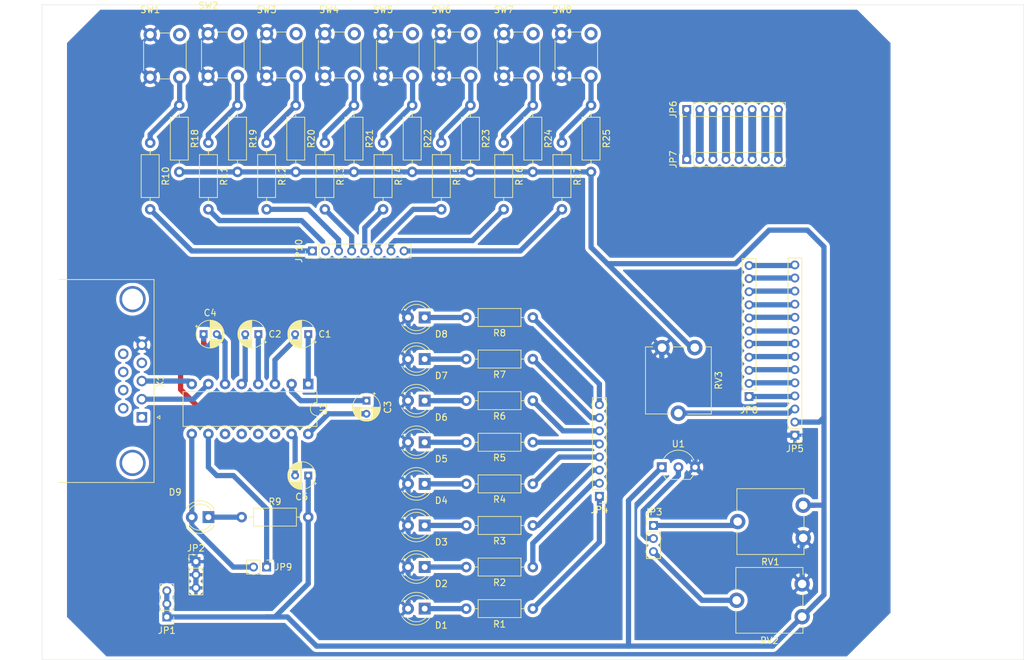
<source format=kicad_pcb>
(kicad_pcb (version 20171130) (host pcbnew "(5.1.6)-1")
  (layers (0 F.Cu signal) (31 B.Cu signal) (34 B.Paste user) (35 F.Paste user) (36 B.SilkS user) (37 F.SilkS user) (38 B.Mask user) (39 F.Mask user) (44 Edge.Cuts user))
  (net 0 "")
  (net 1 "Net-(C1-Pad2)")
  (net 2 "Net-(C1-Pad1)")
  (net 3 "Net-(C2-Pad2)")
  (net 4 "Net-(C2-Pad1)")
  (net 5 +5V)
  (net 6 "Net-(C3-Pad1)")
  (net 7 "Net-(C4-Pad2)")
  (net 8 "Net-(C4-Pad1)")
  (net 9 GND)
  (net 10 "Net-(D1-Pad1)")
  (net 11 "Net-(D2-Pad1)")
  (net 12 "Net-(D3-Pad1)")
  (net 13 "Net-(D4-Pad1)")
  (net 14 "Net-(D5-Pad1)")
  (net 15 "Net-(D6-Pad1)")
  (net 16 "Net-(D7-Pad1)")
  (net 17 "Net-(D8-Pad1)")
  (net 18 "Net-(D9-Pad2)")
  (net 19 "Net-(D9-Pad1)")
  (net 20 "Net-(JP3-Pad3)")
  (net 21 "Net-(JP3-Pad2)")
  (net 22 "Net-(JP3-Pad1)")
  (net 23 "Net-(JP4-Pad8)")
  (net 24 "Net-(JP4-Pad7)")
  (net 25 "Net-(JP4-Pad6)")
  (net 26 "Net-(JP4-Pad5)")
  (net 27 "Net-(JP4-Pad4)")
  (net 28 "Net-(JP4-Pad3)")
  (net 29 "Net-(JP4-Pad2)")
  (net 30 "Net-(JP4-Pad1)")
  (net 31 "Net-(JP5-Pad14)")
  (net 32 "Net-(JP5-Pad13)")
  (net 33 "Net-(JP5-Pad12)")
  (net 34 "Net-(JP5-Pad11)")
  (net 35 "Net-(JP5-Pad10)")
  (net 36 "Net-(JP5-Pad9)")
  (net 37 "Net-(JP5-Pad8)")
  (net 38 "Net-(JP5-Pad7)")
  (net 39 "Net-(JP5-Pad6)")
  (net 40 "Net-(JP5-Pad5)")
  (net 41 "Net-(JP5-Pad4)")
  (net 42 "Net-(JP5-Pad3)")
  (net 43 "Net-(JP6-Pad8)")
  (net 44 "Net-(JP6-Pad7)")
  (net 45 "Net-(JP6-Pad6)")
  (net 46 "Net-(JP6-Pad5)")
  (net 47 "Net-(JP6-Pad4)")
  (net 48 "Net-(JP6-Pad3)")
  (net 49 "Net-(JP6-Pad2)")
  (net 50 "Net-(JP6-Pad1)")
  (net 51 "Net-(JP9-Pad1)")
  (net 52 "Net-(JP10-Pad8)")
  (net 53 "Net-(JP10-Pad7)")
  (net 54 "Net-(JP10-Pad6)")
  (net 55 "Net-(JP10-Pad5)")
  (net 56 "Net-(JP10-Pad4)")
  (net 57 "Net-(JP10-Pad3)")
  (net 58 "Net-(JP10-Pad2)")
  (net 59 "Net-(JP10-Pad1)")
  (net 60 "Net-(R10-Pad1)")
  (net 61 "Net-(R11-Pad1)")
  (net 62 "Net-(R12-Pad1)")
  (net 63 "Net-(R13-Pad1)")
  (net 64 "Net-(R14-Pad1)")
  (net 65 "Net-(R15-Pad1)")
  (net 66 "Net-(R16-Pad1)")
  (net 67 "Net-(R17-Pad1)")
  (net 68 "Net-(U2-Pad8)")
  (net 69 "Net-(U2-Pad7)")
  (net 70 "Net-(U2-Pad14)")
  (net 71 "Net-(U2-Pad13)")
  (net 72 "Net-(U2-Pad12)")
  (net 73 "Net-(U2-Pad11)")
  (net 74 "Net-(X1-Pad9)")
  (net 75 "Net-(X1-Pad8)")
  (net 76 "Net-(X1-Pad7)")
  (net 77 "Net-(X1-Pad6)")
  (net 78 "Net-(X1-Pad4)")
  (net 79 "Net-(X1-Pad1)")
  (module Button_Switch_THT:SW_PUSH_6mm (layer F.Cu) (at 105.99 63.5 90)
    (fp_text reference SW8 (at 10.16 0.055 180) (layer F.SilkS))
    (fp_text value SW_PUSH)
    (pad 1 thru_hole circle (at 6.5 0 180) (size 2 2) (drill 1.1) (layers *.Cu *.Mask) (net 9 GND))
    (pad 2 thru_hole circle (at 6.5 4.5 180) (size 2 2) (drill 1.1) (layers *.Cu *.Mask) (net 67 "Net-(R17-Pad1)"))
    (pad 1 thru_hole circle (at 0 0 180) (size 2 2) (drill 1.1) (layers *.Cu *.Mask) (net 9 GND))
    (pad 2 thru_hole circle (at 0 4.5 180) (size 2 2) (drill 1.1) (layers *.Cu *.Mask) (net 67 "Net-(R17-Pad1)"))
  )
  (module Button_Switch_THT:SW_PUSH_6mm (layer F.Cu) (at 97.155 63.5 90)
    (fp_text reference SW7 (at 10.16 0 180) (layer F.SilkS))
    (fp_text value SW_PUSH)
    (pad 1 thru_hole circle (at 6.5 0 180) (size 2 2) (drill 1.1) (layers *.Cu *.Mask) (net 9 GND))
    (pad 2 thru_hole circle (at 6.5 4.5 180) (size 2 2) (drill 1.1) (layers *.Cu *.Mask) (net 66 "Net-(R16-Pad1)"))
    (pad 1 thru_hole circle (at 0 0 180) (size 2 2) (drill 1.1) (layers *.Cu *.Mask) (net 9 GND))
    (pad 2 thru_hole circle (at 0 4.5 180) (size 2 2) (drill 1.1) (layers *.Cu *.Mask) (net 66 "Net-(R16-Pad1)"))
  )
  (module Button_Switch_THT:SW_PUSH_6mm (layer F.Cu) (at 87.63 63.5 90)
    (fp_text reference SW6 (at 10.16 0 180) (layer F.SilkS))
    (fp_text value SW_PUSH)
    (pad 1 thru_hole circle (at 6.5 0 180) (size 2 2) (drill 1.1) (layers *.Cu *.Mask) (net 9 GND))
    (pad 2 thru_hole circle (at 6.5 4.5 180) (size 2 2) (drill 1.1) (layers *.Cu *.Mask) (net 65 "Net-(R15-Pad1)"))
    (pad 1 thru_hole circle (at 0 0 180) (size 2 2) (drill 1.1) (layers *.Cu *.Mask) (net 9 GND))
    (pad 2 thru_hole circle (at 0 4.5 180) (size 2 2) (drill 1.1) (layers *.Cu *.Mask) (net 65 "Net-(R15-Pad1)"))
  )
  (module Button_Switch_THT:SW_PUSH_6mm (layer F.Cu) (at 78.74 63.5 90)
    (fp_text reference SW5 (at 10.16 0 180) (layer F.SilkS))
    (fp_text value SW_PUSH)
    (pad 1 thru_hole circle (at 6.5 0 180) (size 2 2) (drill 1.1) (layers *.Cu *.Mask) (net 9 GND))
    (pad 2 thru_hole circle (at 6.5 4.5 180) (size 2 2) (drill 1.1) (layers *.Cu *.Mask) (net 64 "Net-(R14-Pad1)"))
    (pad 1 thru_hole circle (at 0 0 180) (size 2 2) (drill 1.1) (layers *.Cu *.Mask) (net 9 GND))
    (pad 2 thru_hole circle (at 0 4.5 180) (size 2 2) (drill 1.1) (layers *.Cu *.Mask) (net 64 "Net-(R14-Pad1)"))
  )
  (module Button_Switch_THT:SW_PUSH_6mm (layer F.Cu) (at 69.85 63.5 90)
    (fp_text reference SW4 (at 10.16 0.635 180) (layer F.SilkS))
    (fp_text value SW_PUSH)
    (pad 1 thru_hole circle (at 6.5 0 180) (size 2 2) (drill 1.1) (layers *.Cu *.Mask) (net 9 GND))
    (pad 2 thru_hole circle (at 6.5 4.5 180) (size 2 2) (drill 1.1) (layers *.Cu *.Mask) (net 63 "Net-(R13-Pad1)"))
    (pad 1 thru_hole circle (at 0 0 180) (size 2 2) (drill 1.1) (layers *.Cu *.Mask) (net 9 GND))
    (pad 2 thru_hole circle (at 0 4.5 180) (size 2 2) (drill 1.1) (layers *.Cu *.Mask) (net 63 "Net-(R13-Pad1)"))
  )
  (module Button_Switch_THT:SW_PUSH_6mm (layer F.Cu) (at 60.96 63.5 90)
    (fp_text reference SW3 (at 10.16 0 180) (layer F.SilkS))
    (fp_text value SW_PUSH)
    (pad 1 thru_hole circle (at 6.5 0 180) (size 2 2) (drill 1.1) (layers *.Cu *.Mask) (net 9 GND))
    (pad 2 thru_hole circle (at 6.5 4.5 180) (size 2 2) (drill 1.1) (layers *.Cu *.Mask) (net 62 "Net-(R12-Pad1)"))
    (pad 1 thru_hole circle (at 0 0 180) (size 2 2) (drill 1.1) (layers *.Cu *.Mask) (net 9 GND))
    (pad 2 thru_hole circle (at 0 4.5 180) (size 2 2) (drill 1.1) (layers *.Cu *.Mask) (net 62 "Net-(R12-Pad1)"))
  )
  (module Button_Switch_THT:SW_PUSH_6mm (layer F.Cu) (at 52.015 63.5 90)
    (fp_text reference SW2 (at 10.795 0.055 180) (layer F.SilkS))
    (fp_text value SW_PUSH)
    (pad 1 thru_hole circle (at 6.5 0 180) (size 2 2) (drill 1.1) (layers *.Cu *.Mask) (net 9 GND))
    (pad 2 thru_hole circle (at 6.5 4.5 180) (size 2 2) (drill 1.1) (layers *.Cu *.Mask) (net 61 "Net-(R11-Pad1)"))
    (pad 1 thru_hole circle (at 0 0 180) (size 2 2) (drill 1.1) (layers *.Cu *.Mask) (net 9 GND))
    (pad 2 thru_hole circle (at 0 4.5 180) (size 2 2) (drill 1.1) (layers *.Cu *.Mask) (net 61 "Net-(R11-Pad1)"))
  )
  (module Button_Switch_THT:SW_PUSH_6mm (layer F.Cu) (at 43.18 63.65 90)
    (fp_text reference SW1 (at 10.31 0 180) (layer F.SilkS))
    (fp_text value SW_PUSH)
    (pad 1 thru_hole circle (at 6.5 0 180) (size 2 2) (drill 1.1) (layers *.Cu *.Mask) (net 9 GND))
    (pad 2 thru_hole circle (at 6.5 4.5 180) (size 2 2) (drill 1.1) (layers *.Cu *.Mask) (net 60 "Net-(R10-Pad1)"))
    (pad 1 thru_hole circle (at 0 0 180) (size 2 2) (drill 1.1) (layers *.Cu *.Mask) (net 9 GND))
    (pad 2 thru_hole circle (at 0 4.5 180) (size 2 2) (drill 1.1) (layers *.Cu *.Mask) (net 60 "Net-(R10-Pad1)"))
  )
  (module Connector_Dsub:DSUB-9_Female_Horizontal_P2.77x2.84mm_EdgePinOffset9.90mm_Housed_MountingHolesOffset11.32mm (layer F.Cu) (at 41.91 115.57 270)
    (fp_text reference X1 (at -5.54 -2.8 90) (layer F.SilkS))
    (fp_text value F09HP)
    (pad 0 thru_hole circle (at 6.96 1.42 270) (size 4 4) (drill 3.2) (layers *.Cu *.Mask))
    (pad 0 thru_hole circle (at -18.04 1.42 270) (size 4 4) (drill 3.2) (layers *.Cu *.Mask))
    (pad 9 thru_hole circle (at -9.695 2.84 270) (size 1.6 1.6) (drill 1) (layers *.Cu *.Mask) (net 74 "Net-(X1-Pad9)"))
    (pad 8 thru_hole circle (at -6.925 2.84 270) (size 1.6 1.6) (drill 1) (layers *.Cu *.Mask) (net 75 "Net-(X1-Pad8)"))
    (pad 7 thru_hole circle (at -4.155 2.84 270) (size 1.6 1.6) (drill 1) (layers *.Cu *.Mask) (net 76 "Net-(X1-Pad7)"))
    (pad 6 thru_hole circle (at -1.385 2.84 270) (size 1.6 1.6) (drill 1) (layers *.Cu *.Mask) (net 77 "Net-(X1-Pad6)"))
    (pad 5 thru_hole circle (at -11.08 0 270) (size 1.6 1.6) (drill 1) (layers *.Cu *.Mask) (net 9 GND))
    (pad 4 thru_hole circle (at -8.31 0 270) (size 1.6 1.6) (drill 1) (layers *.Cu *.Mask) (net 78 "Net-(X1-Pad4)"))
    (pad 3 thru_hole circle (at -5.54 0 270) (size 1.6 1.6) (drill 1) (layers *.Cu *.Mask) (net 68 "Net-(U2-Pad8)"))
    (pad 2 thru_hole circle (at -2.77 0 270) (size 1.6 1.6) (drill 1) (layers *.Cu *.Mask) (net 69 "Net-(U2-Pad7)"))
    (pad 1 thru_hole rect (at 0 0 270) (size 1.6 1.6) (drill 1) (layers *.Cu *.Mask) (net 79 "Net-(X1-Pad1)"))
  )
  (module Package_DIP:DIP-16_W7.62mm (layer F.Cu) (at 67.31 110.49 270)
    (fp_text reference U2 (at 3.81 -2.33 90) (layer F.SilkS))
    (fp_text value MAX232)
    (pad 16 thru_hole oval (at 7.62 0 270) (size 1.6 1.6) (drill 0.8) (layers *.Cu *.Mask) (net 5 +5V))
    (pad 8 thru_hole oval (at 0 17.78 270) (size 1.6 1.6) (drill 0.8) (layers *.Cu *.Mask) (net 68 "Net-(U2-Pad8)"))
    (pad 15 thru_hole oval (at 7.62 2.54 270) (size 1.6 1.6) (drill 0.8) (layers *.Cu *.Mask) (net 8 "Net-(C4-Pad1)"))
    (pad 7 thru_hole oval (at 0 15.24 270) (size 1.6 1.6) (drill 0.8) (layers *.Cu *.Mask) (net 69 "Net-(U2-Pad7)"))
    (pad 14 thru_hole oval (at 7.62 5.08 270) (size 1.6 1.6) (drill 0.8) (layers *.Cu *.Mask) (net 70 "Net-(U2-Pad14)"))
    (pad 6 thru_hole oval (at 0 12.7 270) (size 1.6 1.6) (drill 0.8) (layers *.Cu *.Mask) (net 7 "Net-(C4-Pad2)"))
    (pad 13 thru_hole oval (at 7.62 7.62 270) (size 1.6 1.6) (drill 0.8) (layers *.Cu *.Mask) (net 71 "Net-(U2-Pad13)"))
    (pad 5 thru_hole oval (at 0 10.16 270) (size 1.6 1.6) (drill 0.8) (layers *.Cu *.Mask) (net 3 "Net-(C2-Pad2)"))
    (pad 12 thru_hole oval (at 7.62 10.16 270) (size 1.6 1.6) (drill 0.8) (layers *.Cu *.Mask) (net 72 "Net-(U2-Pad12)"))
    (pad 4 thru_hole oval (at 0 7.62 270) (size 1.6 1.6) (drill 0.8) (layers *.Cu *.Mask) (net 4 "Net-(C2-Pad1)"))
    (pad 11 thru_hole oval (at 7.62 12.7 270) (size 1.6 1.6) (drill 0.8) (layers *.Cu *.Mask) (net 73 "Net-(U2-Pad11)"))
    (pad 3 thru_hole oval (at 0 5.08 270) (size 1.6 1.6) (drill 0.8) (layers *.Cu *.Mask) (net 1 "Net-(C1-Pad2)"))
    (pad 10 thru_hole oval (at 7.62 15.24 270) (size 1.6 1.6) (drill 0.8) (layers *.Cu *.Mask) (net 51 "Net-(JP9-Pad1)"))
    (pad 2 thru_hole oval (at 0 2.54 270) (size 1.6 1.6) (drill 0.8) (layers *.Cu *.Mask) (net 6 "Net-(C3-Pad1)"))
    (pad 9 thru_hole oval (at 7.62 17.78 270) (size 1.6 1.6) (drill 0.8) (layers *.Cu *.Mask) (net 18 "Net-(D9-Pad2)"))
    (pad 1 thru_hole rect (at 0 0 270) (size 1.6 1.6) (drill 0.8) (layers *.Cu *.Mask) (net 2 "Net-(C1-Pad1)"))
  )
  (module Package_TO_SOT_THT:TO-92_Inline_Wide (layer F.Cu) (at 121.285 123.19)
    (fp_text reference U1 (at 2.54 -3.56) (layer F.SilkS))
    (fp_text value MCP9700A)
    (pad 1 thru_hole rect (at 0 0 90) (size 1.5 1.5) (drill 0.8) (layers *.Cu *.Mask) (net 5 +5V))
    (pad 3 thru_hole circle (at 5.08 0 90) (size 1.5 1.5) (drill 0.8) (layers *.Cu *.Mask) (net 9 GND))
    (pad 2 thru_hole circle (at 2.54 0 90) (size 1.5 1.5) (drill 0.8) (layers *.Cu *.Mask) (net 21 "Net-(JP3-Pad2)"))
  )
  (module Potentiometer_THT:Potentiometer_ACP_CA9-V10_Vertical (layer F.Cu) (at 121.325 104.935 270)
    (fp_text reference RV3 (at 5 -8.65 90) (layer F.SilkS))
    (fp_text value 10K)
    (pad 1 thru_hole circle (at 0 0 270) (size 2.34 2.34) (drill 1.3) (layers *.Cu *.Mask) (net 9 GND))
    (pad 2 thru_hole circle (at 10 -2.5 270) (size 2.34 2.34) (drill 1.3) (layers *.Cu *.Mask) (net 42 "Net-(JP5-Pad3)"))
    (pad 3 thru_hole circle (at 0 -5 270) (size 2.34 2.34) (drill 1.3) (layers *.Cu *.Mask) (net 5 +5V))
  )
  (module Potentiometer_THT:Potentiometer_ACP_CA9-V10_Vertical (layer F.Cu) (at 142.715 141.01 180)
    (fp_text reference RV2 (at 5 -8.65) (layer F.SilkS))
    (fp_text value 10K)
    (pad 1 thru_hole circle (at 0 0 180) (size 2.34 2.34) (drill 1.3) (layers *.Cu *.Mask) (net 9 GND))
    (pad 2 thru_hole circle (at 10 -2.5 180) (size 2.34 2.34) (drill 1.3) (layers *.Cu *.Mask) (net 20 "Net-(JP3-Pad3)"))
    (pad 3 thru_hole circle (at 0 -5 180) (size 2.34 2.34) (drill 1.3) (layers *.Cu *.Mask) (net 5 +5V))
  )
  (module Potentiometer_THT:Potentiometer_ACP_CA9-V10_Vertical (layer F.Cu) (at 142.875 128.985 180)
    (fp_text reference RV1 (at 5 -8.65) (layer F.SilkS))
    (fp_text value 10K)
    (pad 1 thru_hole circle (at 0 0 180) (size 2.34 2.34) (drill 1.3) (layers *.Cu *.Mask) (net 5 +5V))
    (pad 2 thru_hole circle (at 10 -2.5 180) (size 2.34 2.34) (drill 1.3) (layers *.Cu *.Mask) (net 22 "Net-(JP3-Pad1)"))
    (pad 3 thru_hole circle (at 0 -5 180) (size 2.34 2.34) (drill 1.3) (layers *.Cu *.Mask) (net 9 GND))
  )
  (module Resistor_THT:R_Axial_DIN0207_L6.3mm_D2.5mm_P10.16mm_Horizontal (layer F.Cu) (at 110.49 67.945 270)
    (fp_text reference R25 (at 5.08 -2.37 90) (layer F.SilkS))
    (fp_text value 4.7K)
    (pad 2 thru_hole oval (at 10.16 0 270) (size 1.6 1.6) (drill 0.8) (layers *.Cu *.Mask) (net 5 +5V))
    (pad 1 thru_hole circle (at 0 0 270) (size 1.6 1.6) (drill 0.8) (layers *.Cu *.Mask) (net 67 "Net-(R17-Pad1)"))
  )
  (module Resistor_THT:R_Axial_DIN0207_L6.3mm_D2.5mm_P10.16mm_Horizontal (layer F.Cu) (at 101.6 67.945 270)
    (fp_text reference R24 (at 5.08 -2.37 90) (layer F.SilkS))
    (fp_text value 4.7K)
    (pad 2 thru_hole oval (at 10.16 0 270) (size 1.6 1.6) (drill 0.8) (layers *.Cu *.Mask) (net 5 +5V))
    (pad 1 thru_hole circle (at 0 0 270) (size 1.6 1.6) (drill 0.8) (layers *.Cu *.Mask) (net 66 "Net-(R16-Pad1)"))
  )
  (module Resistor_THT:R_Axial_DIN0207_L6.3mm_D2.5mm_P10.16mm_Horizontal (layer F.Cu) (at 92.075 67.945 270)
    (fp_text reference R23 (at 5.08 -2.37 90) (layer F.SilkS))
    (fp_text value 4.7K)
    (pad 2 thru_hole oval (at 10.16 0 270) (size 1.6 1.6) (drill 0.8) (layers *.Cu *.Mask) (net 5 +5V))
    (pad 1 thru_hole circle (at 0 0 270) (size 1.6 1.6) (drill 0.8) (layers *.Cu *.Mask) (net 65 "Net-(R15-Pad1)"))
  )
  (module Resistor_THT:R_Axial_DIN0207_L6.3mm_D2.5mm_P10.16mm_Horizontal (layer F.Cu) (at 83.185 67.945 270)
    (fp_text reference R22 (at 5.08 -2.37 90) (layer F.SilkS))
    (fp_text value 4.7K)
    (pad 2 thru_hole oval (at 10.16 0 270) (size 1.6 1.6) (drill 0.8) (layers *.Cu *.Mask) (net 5 +5V))
    (pad 1 thru_hole circle (at 0 0 270) (size 1.6 1.6) (drill 0.8) (layers *.Cu *.Mask) (net 64 "Net-(R14-Pad1)"))
  )
  (module Resistor_THT:R_Axial_DIN0207_L6.3mm_D2.5mm_P10.16mm_Horizontal (layer F.Cu) (at 74.295 67.945 270)
    (fp_text reference R21 (at 5.08 -2.37 90) (layer F.SilkS))
    (fp_text value 4.7K)
    (pad 2 thru_hole oval (at 10.16 0 270) (size 1.6 1.6) (drill 0.8) (layers *.Cu *.Mask) (net 5 +5V))
    (pad 1 thru_hole circle (at 0 0 270) (size 1.6 1.6) (drill 0.8) (layers *.Cu *.Mask) (net 63 "Net-(R13-Pad1)"))
  )
  (module Resistor_THT:R_Axial_DIN0207_L6.3mm_D2.5mm_P10.16mm_Horizontal (layer F.Cu) (at 65.405 67.945 270)
    (fp_text reference R20 (at 5.08 -2.37 90) (layer F.SilkS))
    (fp_text value 4.7K)
    (pad 2 thru_hole oval (at 10.16 0 270) (size 1.6 1.6) (drill 0.8) (layers *.Cu *.Mask) (net 5 +5V))
    (pad 1 thru_hole circle (at 0 0 270) (size 1.6 1.6) (drill 0.8) (layers *.Cu *.Mask) (net 62 "Net-(R12-Pad1)"))
  )
  (module Resistor_THT:R_Axial_DIN0207_L6.3mm_D2.5mm_P10.16mm_Horizontal (layer F.Cu) (at 56.515 67.945 270)
    (fp_text reference R19 (at 5.08 -2.37 90) (layer F.SilkS))
    (fp_text value 4.7K)
    (pad 2 thru_hole oval (at 10.16 0 270) (size 1.6 1.6) (drill 0.8) (layers *.Cu *.Mask) (net 5 +5V))
    (pad 1 thru_hole circle (at 0 0 270) (size 1.6 1.6) (drill 0.8) (layers *.Cu *.Mask) (net 61 "Net-(R11-Pad1)"))
  )
  (module Resistor_THT:R_Axial_DIN0207_L6.3mm_D2.5mm_P10.16mm_Horizontal (layer F.Cu) (at 47.625 67.945 270)
    (fp_text reference R18 (at 5.08 -2.37 90) (layer F.SilkS))
    (fp_text value 4.7K)
    (pad 2 thru_hole oval (at 10.16 0 270) (size 1.6 1.6) (drill 0.8) (layers *.Cu *.Mask) (net 5 +5V))
    (pad 1 thru_hole circle (at 0 0 270) (size 1.6 1.6) (drill 0.8) (layers *.Cu *.Mask) (net 60 "Net-(R10-Pad1)"))
  )
  (module Resistor_THT:R_Axial_DIN0207_L6.3mm_D2.5mm_P10.16mm_Horizontal (layer F.Cu) (at 106.045 73.66 270)
    (fp_text reference R17 (at 5.08 -2.37 90) (layer F.SilkS))
    (fp_text value 1K)
    (pad 2 thru_hole oval (at 10.16 0 270) (size 1.6 1.6) (drill 0.8) (layers *.Cu *.Mask) (net 52 "Net-(JP10-Pad8)"))
    (pad 1 thru_hole circle (at 0 0 270) (size 1.6 1.6) (drill 0.8) (layers *.Cu *.Mask) (net 67 "Net-(R17-Pad1)"))
  )
  (module Resistor_THT:R_Axial_DIN0207_L6.3mm_D2.5mm_P10.16mm_Horizontal (layer F.Cu) (at 97.155 73.66 270)
    (fp_text reference R16 (at 5.08 -2.37 90) (layer F.SilkS))
    (fp_text value 1K)
    (pad 2 thru_hole oval (at 10.16 0 270) (size 1.6 1.6) (drill 0.8) (layers *.Cu *.Mask) (net 53 "Net-(JP10-Pad7)"))
    (pad 1 thru_hole circle (at 0 0 270) (size 1.6 1.6) (drill 0.8) (layers *.Cu *.Mask) (net 66 "Net-(R16-Pad1)"))
  )
  (module Resistor_THT:R_Axial_DIN0207_L6.3mm_D2.5mm_P10.16mm_Horizontal (layer F.Cu) (at 87.63 73.66 270)
    (fp_text reference R15 (at 5.08 -2.37 90) (layer F.SilkS))
    (fp_text value 1K)
    (pad 2 thru_hole oval (at 10.16 0 270) (size 1.6 1.6) (drill 0.8) (layers *.Cu *.Mask) (net 54 "Net-(JP10-Pad6)"))
    (pad 1 thru_hole circle (at 0 0 270) (size 1.6 1.6) (drill 0.8) (layers *.Cu *.Mask) (net 65 "Net-(R15-Pad1)"))
  )
  (module Resistor_THT:R_Axial_DIN0207_L6.3mm_D2.5mm_P10.16mm_Horizontal (layer F.Cu) (at 78.74 73.66 270)
    (fp_text reference R14 (at 5.08 -2.37 90) (layer F.SilkS))
    (fp_text value 1K)
    (pad 2 thru_hole oval (at 10.16 0 270) (size 1.6 1.6) (drill 0.8) (layers *.Cu *.Mask) (net 55 "Net-(JP10-Pad5)"))
    (pad 1 thru_hole circle (at 0 0 270) (size 1.6 1.6) (drill 0.8) (layers *.Cu *.Mask) (net 64 "Net-(R14-Pad1)"))
  )
  (module Resistor_THT:R_Axial_DIN0207_L6.3mm_D2.5mm_P10.16mm_Horizontal (layer F.Cu) (at 69.85 73.66 270)
    (fp_text reference R13 (at 5.08 -2.37 90) (layer F.SilkS))
    (fp_text value 1K)
    (pad 2 thru_hole oval (at 10.16 0 270) (size 1.6 1.6) (drill 0.8) (layers *.Cu *.Mask) (net 56 "Net-(JP10-Pad4)"))
    (pad 1 thru_hole circle (at 0 0 270) (size 1.6 1.6) (drill 0.8) (layers *.Cu *.Mask) (net 63 "Net-(R13-Pad1)"))
  )
  (module Resistor_THT:R_Axial_DIN0207_L6.3mm_D2.5mm_P10.16mm_Horizontal (layer F.Cu) (at 60.96 73.66 270)
    (fp_text reference R12 (at 5.08 -2.37 90) (layer F.SilkS))
    (fp_text value 1K)
    (pad 2 thru_hole oval (at 10.16 0 270) (size 1.6 1.6) (drill 0.8) (layers *.Cu *.Mask) (net 57 "Net-(JP10-Pad3)"))
    (pad 1 thru_hole circle (at 0 0 270) (size 1.6 1.6) (drill 0.8) (layers *.Cu *.Mask) (net 62 "Net-(R12-Pad1)"))
  )
  (module Resistor_THT:R_Axial_DIN0207_L6.3mm_D2.5mm_P10.16mm_Horizontal (layer F.Cu) (at 52.07 73.66 270)
    (fp_text reference R11 (at 5.08 -2.37 90) (layer F.SilkS))
    (fp_text value 1K)
    (pad 2 thru_hole oval (at 10.16 0 270) (size 1.6 1.6) (drill 0.8) (layers *.Cu *.Mask) (net 58 "Net-(JP10-Pad2)"))
    (pad 1 thru_hole circle (at 0 0 270) (size 1.6 1.6) (drill 0.8) (layers *.Cu *.Mask) (net 61 "Net-(R11-Pad1)"))
  )
  (module Resistor_THT:R_Axial_DIN0207_L6.3mm_D2.5mm_P10.16mm_Horizontal (layer F.Cu) (at 43.18 73.66 270)
    (fp_text reference R10 (at 5.08 -2.37 90) (layer F.SilkS))
    (fp_text value 1K)
    (pad 2 thru_hole oval (at 10.16 0 270) (size 1.6 1.6) (drill 0.8) (layers *.Cu *.Mask) (net 59 "Net-(JP10-Pad1)"))
    (pad 1 thru_hole circle (at 0 0 270) (size 1.6 1.6) (drill 0.8) (layers *.Cu *.Mask) (net 60 "Net-(R10-Pad1)"))
  )
  (module Resistor_THT:R_Axial_DIN0207_L6.3mm_D2.5mm_P10.16mm_Horizontal (layer F.Cu) (at 57.15 130.81)
    (fp_text reference R9 (at 5.08 -2.37) (layer F.SilkS))
    (fp_text value 470)
    (pad 2 thru_hole oval (at 10.16 0) (size 1.6 1.6) (drill 0.8) (layers *.Cu *.Mask) (net 5 +5V))
    (pad 1 thru_hole circle (at 0 0) (size 1.6 1.6) (drill 0.8) (layers *.Cu *.Mask) (net 19 "Net-(D9-Pad1)"))
  )
  (module Resistor_THT:R_Axial_DIN0207_L6.3mm_D2.5mm_P10.16mm_Horizontal (layer F.Cu) (at 101.6 100.33 180)
    (fp_text reference R8 (at 5.08 -2.37) (layer F.SilkS))
    (fp_text value 470)
    (pad 2 thru_hole oval (at 10.16 0 180) (size 1.6 1.6) (drill 0.8) (layers *.Cu *.Mask) (net 17 "Net-(D8-Pad1)"))
    (pad 1 thru_hole circle (at 0 0 180) (size 1.6 1.6) (drill 0.8) (layers *.Cu *.Mask) (net 23 "Net-(JP4-Pad8)"))
  )
  (module Resistor_THT:R_Axial_DIN0207_L6.3mm_D2.5mm_P10.16mm_Horizontal (layer F.Cu) (at 101.6 106.68 180)
    (fp_text reference R7 (at 5.08 -2.37) (layer F.SilkS))
    (fp_text value 470)
    (pad 2 thru_hole oval (at 10.16 0 180) (size 1.6 1.6) (drill 0.8) (layers *.Cu *.Mask) (net 16 "Net-(D7-Pad1)"))
    (pad 1 thru_hole circle (at 0 0 180) (size 1.6 1.6) (drill 0.8) (layers *.Cu *.Mask) (net 24 "Net-(JP4-Pad7)"))
  )
  (module Resistor_THT:R_Axial_DIN0207_L6.3mm_D2.5mm_P10.16mm_Horizontal (layer F.Cu) (at 101.6 113.03 180)
    (fp_text reference R6 (at 5.08 -2.37) (layer F.SilkS))
    (fp_text value 470)
    (pad 2 thru_hole oval (at 10.16 0 180) (size 1.6 1.6) (drill 0.8) (layers *.Cu *.Mask) (net 15 "Net-(D6-Pad1)"))
    (pad 1 thru_hole circle (at 0 0 180) (size 1.6 1.6) (drill 0.8) (layers *.Cu *.Mask) (net 25 "Net-(JP4-Pad6)"))
  )
  (module Resistor_THT:R_Axial_DIN0207_L6.3mm_D2.5mm_P10.16mm_Horizontal (layer F.Cu) (at 101.6 119.38 180)
    (fp_text reference R5 (at 5.08 -2.37) (layer F.SilkS))
    (fp_text value 470)
    (pad 2 thru_hole oval (at 10.16 0 180) (size 1.6 1.6) (drill 0.8) (layers *.Cu *.Mask) (net 14 "Net-(D5-Pad1)"))
    (pad 1 thru_hole circle (at 0 0 180) (size 1.6 1.6) (drill 0.8) (layers *.Cu *.Mask) (net 26 "Net-(JP4-Pad5)"))
  )
  (module Resistor_THT:R_Axial_DIN0207_L6.3mm_D2.5mm_P10.16mm_Horizontal (layer F.Cu) (at 101.6 125.73 180)
    (fp_text reference R4 (at 5.08 -2.37) (layer F.SilkS))
    (fp_text value 470)
    (pad 2 thru_hole oval (at 10.16 0 180) (size 1.6 1.6) (drill 0.8) (layers *.Cu *.Mask) (net 13 "Net-(D4-Pad1)"))
    (pad 1 thru_hole circle (at 0 0 180) (size 1.6 1.6) (drill 0.8) (layers *.Cu *.Mask) (net 27 "Net-(JP4-Pad4)"))
  )
  (module Resistor_THT:R_Axial_DIN0207_L6.3mm_D2.5mm_P10.16mm_Horizontal (layer F.Cu) (at 101.6 132.08 180)
    (fp_text reference R3 (at 5.08 -2.37) (layer F.SilkS))
    (fp_text value 470)
    (pad 2 thru_hole oval (at 10.16 0 180) (size 1.6 1.6) (drill 0.8) (layers *.Cu *.Mask) (net 12 "Net-(D3-Pad1)"))
    (pad 1 thru_hole circle (at 0 0 180) (size 1.6 1.6) (drill 0.8) (layers *.Cu *.Mask) (net 28 "Net-(JP4-Pad3)"))
  )
  (module Resistor_THT:R_Axial_DIN0207_L6.3mm_D2.5mm_P10.16mm_Horizontal (layer F.Cu) (at 101.6 138.43 180)
    (fp_text reference R2 (at 5.08 -2.37) (layer F.SilkS))
    (fp_text value 470)
    (pad 2 thru_hole oval (at 10.16 0 180) (size 1.6 1.6) (drill 0.8) (layers *.Cu *.Mask) (net 11 "Net-(D2-Pad1)"))
    (pad 1 thru_hole circle (at 0 0 180) (size 1.6 1.6) (drill 0.8) (layers *.Cu *.Mask) (net 29 "Net-(JP4-Pad2)"))
  )
  (module Resistor_THT:R_Axial_DIN0207_L6.3mm_D2.5mm_P10.16mm_Horizontal (layer F.Cu) (at 101.6 144.78 180)
    (fp_text reference R1 (at 5.08 -2.37) (layer F.SilkS))
    (fp_text value 470)
    (pad 2 thru_hole oval (at 10.16 0 180) (size 1.6 1.6) (drill 0.8) (layers *.Cu *.Mask) (net 10 "Net-(D1-Pad1)"))
    (pad 1 thru_hole circle (at 0 0 180) (size 1.6 1.6) (drill 0.8) (layers *.Cu *.Mask) (net 30 "Net-(JP4-Pad1)"))
  )
  (module Connector_PinHeader_2.00mm:PinHeader_1x08_P2.00mm_Vertical (layer F.Cu) (at 67.945 90.17 90)
    (fp_text reference JP10 (at 0 -2.06 90) (layer F.SilkS))
    (fp_text value PINHD-1X8)
    (pad 8 thru_hole oval (at 0 14 90) (size 1.35 1.35) (drill 0.8) (layers *.Cu *.Mask) (net 52 "Net-(JP10-Pad8)"))
    (pad 7 thru_hole oval (at 0 12 90) (size 1.35 1.35) (drill 0.8) (layers *.Cu *.Mask) (net 53 "Net-(JP10-Pad7)"))
    (pad 6 thru_hole oval (at 0 10 90) (size 1.35 1.35) (drill 0.8) (layers *.Cu *.Mask) (net 54 "Net-(JP10-Pad6)"))
    (pad 5 thru_hole oval (at 0 8 90) (size 1.35 1.35) (drill 0.8) (layers *.Cu *.Mask) (net 55 "Net-(JP10-Pad5)"))
    (pad 4 thru_hole oval (at 0 6 90) (size 1.35 1.35) (drill 0.8) (layers *.Cu *.Mask) (net 56 "Net-(JP10-Pad4)"))
    (pad 3 thru_hole oval (at 0 4 90) (size 1.35 1.35) (drill 0.8) (layers *.Cu *.Mask) (net 57 "Net-(JP10-Pad3)"))
    (pad 2 thru_hole oval (at 0 2 90) (size 1.35 1.35) (drill 0.8) (layers *.Cu *.Mask) (net 58 "Net-(JP10-Pad2)"))
    (pad 1 thru_hole rect (at 0 0 90) (size 1.35 1.35) (drill 0.8) (layers *.Cu *.Mask) (net 59 "Net-(JP10-Pad1)"))
  )
  (module Connector_PinHeader_2.00mm:PinHeader_1x02_P2.00mm_Vertical (layer F.Cu) (at 60.96 138.43 270)
    (fp_text reference JP9 (at 0 -2.54 180) (layer F.SilkS))
    (fp_text value PINHD-1X2)
    (pad 2 thru_hole oval (at 0 2 270) (size 1.35 1.35) (drill 0.8) (layers *.Cu *.Mask) (net 18 "Net-(D9-Pad2)"))
    (pad 1 thru_hole rect (at 0 0 270) (size 1.35 1.35) (drill 0.8) (layers *.Cu *.Mask) (net 51 "Net-(JP9-Pad1)"))
  )
  (module Connector_PinHeader_2.00mm:PinHeader_1x11_P2.00mm_Vertical (layer F.Cu) (at 134.62 112.395 180)
    (fp_text reference JP8 (at 0 -2.06) (layer F.SilkS))
    (fp_text value PINHD-1X11)
    (pad 11 thru_hole oval (at 0 20 180) (size 1.35 1.35) (drill 0.8) (layers *.Cu *.Mask) (net 31 "Net-(JP5-Pad14)"))
    (pad 10 thru_hole oval (at 0 18 180) (size 1.35 1.35) (drill 0.8) (layers *.Cu *.Mask) (net 32 "Net-(JP5-Pad13)"))
    (pad 9 thru_hole oval (at 0 16 180) (size 1.35 1.35) (drill 0.8) (layers *.Cu *.Mask) (net 33 "Net-(JP5-Pad12)"))
    (pad 8 thru_hole oval (at 0 14 180) (size 1.35 1.35) (drill 0.8) (layers *.Cu *.Mask) (net 34 "Net-(JP5-Pad11)"))
    (pad 7 thru_hole oval (at 0 12 180) (size 1.35 1.35) (drill 0.8) (layers *.Cu *.Mask) (net 35 "Net-(JP5-Pad10)"))
    (pad 6 thru_hole oval (at 0 10 180) (size 1.35 1.35) (drill 0.8) (layers *.Cu *.Mask) (net 36 "Net-(JP5-Pad9)"))
    (pad 5 thru_hole oval (at 0 8 180) (size 1.35 1.35) (drill 0.8) (layers *.Cu *.Mask) (net 37 "Net-(JP5-Pad8)"))
    (pad 4 thru_hole oval (at 0 6 180) (size 1.35 1.35) (drill 0.8) (layers *.Cu *.Mask) (net 38 "Net-(JP5-Pad7)"))
    (pad 3 thru_hole oval (at 0 4 180) (size 1.35 1.35) (drill 0.8) (layers *.Cu *.Mask) (net 39 "Net-(JP5-Pad6)"))
    (pad 2 thru_hole oval (at 0 2 180) (size 1.35 1.35) (drill 0.8) (layers *.Cu *.Mask) (net 40 "Net-(JP5-Pad5)"))
    (pad 1 thru_hole rect (at 0 0 180) (size 1.35 1.35) (drill 0.8) (layers *.Cu *.Mask) (net 41 "Net-(JP5-Pad4)"))
  )
  (module Connector_PinHeader_2.00mm:PinHeader_1x08_P2.00mm_Vertical (layer F.Cu) (at 125.095 76.2 90)
    (fp_text reference JP7 (at 0 -2.06 90) (layer F.SilkS))
    (fp_text value PINHD-1X8)
    (pad 8 thru_hole oval (at 0 14 90) (size 1.35 1.35) (drill 0.8) (layers *.Cu *.Mask) (net 43 "Net-(JP6-Pad8)"))
    (pad 7 thru_hole oval (at 0 12 90) (size 1.35 1.35) (drill 0.8) (layers *.Cu *.Mask) (net 44 "Net-(JP6-Pad7)"))
    (pad 6 thru_hole oval (at 0 10 90) (size 1.35 1.35) (drill 0.8) (layers *.Cu *.Mask) (net 45 "Net-(JP6-Pad6)"))
    (pad 5 thru_hole oval (at 0 8 90) (size 1.35 1.35) (drill 0.8) (layers *.Cu *.Mask) (net 46 "Net-(JP6-Pad5)"))
    (pad 4 thru_hole oval (at 0 6 90) (size 1.35 1.35) (drill 0.8) (layers *.Cu *.Mask) (net 47 "Net-(JP6-Pad4)"))
    (pad 3 thru_hole oval (at 0 4 90) (size 1.35 1.35) (drill 0.8) (layers *.Cu *.Mask) (net 48 "Net-(JP6-Pad3)"))
    (pad 2 thru_hole oval (at 0 2 90) (size 1.35 1.35) (drill 0.8) (layers *.Cu *.Mask) (net 49 "Net-(JP6-Pad2)"))
    (pad 1 thru_hole rect (at 0 0 90) (size 1.35 1.35) (drill 0.8) (layers *.Cu *.Mask) (net 50 "Net-(JP6-Pad1)"))
  )
  (module Connector_PinHeader_2.00mm:PinHeader_1x08_P2.00mm_Vertical (layer F.Cu) (at 125.095 68.58 90)
    (fp_text reference JP6 (at 0 -2.06 90) (layer F.SilkS))
    (fp_text value PINHD-1X8)
    (pad 8 thru_hole oval (at 0 14 90) (size 1.35 1.35) (drill 0.8) (layers *.Cu *.Mask) (net 43 "Net-(JP6-Pad8)"))
    (pad 7 thru_hole oval (at 0 12 90) (size 1.35 1.35) (drill 0.8) (layers *.Cu *.Mask) (net 44 "Net-(JP6-Pad7)"))
    (pad 6 thru_hole oval (at 0 10 90) (size 1.35 1.35) (drill 0.8) (layers *.Cu *.Mask) (net 45 "Net-(JP6-Pad6)"))
    (pad 5 thru_hole oval (at 0 8 90) (size 1.35 1.35) (drill 0.8) (layers *.Cu *.Mask) (net 46 "Net-(JP6-Pad5)"))
    (pad 4 thru_hole oval (at 0 6 90) (size 1.35 1.35) (drill 0.8) (layers *.Cu *.Mask) (net 47 "Net-(JP6-Pad4)"))
    (pad 3 thru_hole oval (at 0 4 90) (size 1.35 1.35) (drill 0.8) (layers *.Cu *.Mask) (net 48 "Net-(JP6-Pad3)"))
    (pad 2 thru_hole oval (at 0 2 90) (size 1.35 1.35) (drill 0.8) (layers *.Cu *.Mask) (net 49 "Net-(JP6-Pad2)"))
    (pad 1 thru_hole rect (at 0 0 90) (size 1.35 1.35) (drill 0.8) (layers *.Cu *.Mask) (net 50 "Net-(JP6-Pad1)"))
  )
  (module Connector_PinHeader_2.00mm:PinHeader_1x14_P2.00mm_Vertical (layer F.Cu) (at 141.605 118.3 180)
    (fp_text reference JP5 (at 0 -2.06) (layer F.SilkS))
    (fp_text value PINHD-1X14)
    (pad 14 thru_hole oval (at 0 26 180) (size 1.35 1.35) (drill 0.8) (layers *.Cu *.Mask) (net 31 "Net-(JP5-Pad14)"))
    (pad 13 thru_hole oval (at 0 24 180) (size 1.35 1.35) (drill 0.8) (layers *.Cu *.Mask) (net 32 "Net-(JP5-Pad13)"))
    (pad 12 thru_hole oval (at 0 22 180) (size 1.35 1.35) (drill 0.8) (layers *.Cu *.Mask) (net 33 "Net-(JP5-Pad12)"))
    (pad 11 thru_hole oval (at 0 20 180) (size 1.35 1.35) (drill 0.8) (layers *.Cu *.Mask) (net 34 "Net-(JP5-Pad11)"))
    (pad 10 thru_hole oval (at 0 18 180) (size 1.35 1.35) (drill 0.8) (layers *.Cu *.Mask) (net 35 "Net-(JP5-Pad10)"))
    (pad 9 thru_hole oval (at 0 16 180) (size 1.35 1.35) (drill 0.8) (layers *.Cu *.Mask) (net 36 "Net-(JP5-Pad9)"))
    (pad 8 thru_hole oval (at 0 14 180) (size 1.35 1.35) (drill 0.8) (layers *.Cu *.Mask) (net 37 "Net-(JP5-Pad8)"))
    (pad 7 thru_hole oval (at 0 12 180) (size 1.35 1.35) (drill 0.8) (layers *.Cu *.Mask) (net 38 "Net-(JP5-Pad7)"))
    (pad 6 thru_hole oval (at 0 10 180) (size 1.35 1.35) (drill 0.8) (layers *.Cu *.Mask) (net 39 "Net-(JP5-Pad6)"))
    (pad 5 thru_hole oval (at 0 8 180) (size 1.35 1.35) (drill 0.8) (layers *.Cu *.Mask) (net 40 "Net-(JP5-Pad5)"))
    (pad 4 thru_hole oval (at 0 6 180) (size 1.35 1.35) (drill 0.8) (layers *.Cu *.Mask) (net 41 "Net-(JP5-Pad4)"))
    (pad 3 thru_hole oval (at 0 4 180) (size 1.35 1.35) (drill 0.8) (layers *.Cu *.Mask) (net 42 "Net-(JP5-Pad3)"))
    (pad 2 thru_hole oval (at 0 2 180) (size 1.35 1.35) (drill 0.8) (layers *.Cu *.Mask) (net 5 +5V))
    (pad 1 thru_hole rect (at 0 0 180) (size 1.35 1.35) (drill 0.8) (layers *.Cu *.Mask) (net 9 GND))
  )
  (module Connector_PinHeader_2.00mm:PinHeader_1x08_P2.00mm_Vertical (layer F.Cu) (at 111.76 127.635 180)
    (fp_text reference JP4 (at 0 -2.06) (layer F.SilkS))
    (fp_text value PINHD-1X8)
    (pad 8 thru_hole oval (at 0 14 180) (size 1.35 1.35) (drill 0.8) (layers *.Cu *.Mask) (net 23 "Net-(JP4-Pad8)"))
    (pad 7 thru_hole oval (at 0 12 180) (size 1.35 1.35) (drill 0.8) (layers *.Cu *.Mask) (net 24 "Net-(JP4-Pad7)"))
    (pad 6 thru_hole oval (at 0 10 180) (size 1.35 1.35) (drill 0.8) (layers *.Cu *.Mask) (net 25 "Net-(JP4-Pad6)"))
    (pad 5 thru_hole oval (at 0 8 180) (size 1.35 1.35) (drill 0.8) (layers *.Cu *.Mask) (net 26 "Net-(JP4-Pad5)"))
    (pad 4 thru_hole oval (at 0 6 180) (size 1.35 1.35) (drill 0.8) (layers *.Cu *.Mask) (net 27 "Net-(JP4-Pad4)"))
    (pad 3 thru_hole oval (at 0 4 180) (size 1.35 1.35) (drill 0.8) (layers *.Cu *.Mask) (net 28 "Net-(JP4-Pad3)"))
    (pad 2 thru_hole oval (at 0 2 180) (size 1.35 1.35) (drill 0.8) (layers *.Cu *.Mask) (net 29 "Net-(JP4-Pad2)"))
    (pad 1 thru_hole rect (at 0 0 180) (size 1.35 1.35) (drill 0.8) (layers *.Cu *.Mask) (net 30 "Net-(JP4-Pad1)"))
  )
  (module Connector_PinHeader_2.00mm:PinHeader_1x03_P2.00mm_Vertical (layer F.Cu) (at 120.015 132.08)
    (fp_text reference JP3 (at 0 -2.06) (layer F.SilkS))
    (fp_text value PINHD-1X3)
    (pad 3 thru_hole oval (at 0 4) (size 1.35 1.35) (drill 0.8) (layers *.Cu *.Mask) (net 20 "Net-(JP3-Pad3)"))
    (pad 2 thru_hole oval (at 0 2) (size 1.35 1.35) (drill 0.8) (layers *.Cu *.Mask) (net 21 "Net-(JP3-Pad2)"))
    (pad 1 thru_hole rect (at 0 0) (size 1.35 1.35) (drill 0.8) (layers *.Cu *.Mask) (net 22 "Net-(JP3-Pad1)"))
  )
  (module Connector_PinHeader_2.00mm:PinHeader_1x03_P2.00mm_Vertical (layer F.Cu) (at 50.165 137.605)
    (fp_text reference JP2 (at 0 -2.06) (layer F.SilkS))
    (fp_text value PINHD-1X3)
    (pad 3 thru_hole oval (at 0 4) (size 1.35 1.35) (drill 0.8) (layers *.Cu *.Mask) (net 9 GND))
    (pad 2 thru_hole oval (at 0 2) (size 1.35 1.35) (drill 0.8) (layers *.Cu *.Mask) (net 9 GND))
    (pad 1 thru_hole rect (at 0 0) (size 1.35 1.35) (drill 0.8) (layers *.Cu *.Mask) (net 9 GND))
  )
  (module Connector_PinHeader_2.00mm:PinHeader_1x03_P2.00mm_Vertical (layer F.Cu) (at 45.72 146.05 180)
    (fp_text reference JP1 (at 0 -2.06) (layer F.SilkS))
    (fp_text value PINHD-1X3)
    (pad 3 thru_hole oval (at 0 4 180) (size 1.35 1.35) (drill 0.8) (layers *.Cu *.Mask) (net 5 +5V))
    (pad 2 thru_hole oval (at 0 2 180) (size 1.35 1.35) (drill 0.8) (layers *.Cu *.Mask) (net 5 +5V))
    (pad 1 thru_hole rect (at 0 0 180) (size 1.35 1.35) (drill 0.8) (layers *.Cu *.Mask) (net 5 +5V))
  )
  (module LED_THT:LED_D4.0mm (layer F.Cu) (at 52.07 130.81 180)
    (fp_text reference D9 (at 5.08 3.81) (layer F.SilkS))
    (fp_text value LED)
    (pad 2 thru_hole circle (at 2.54 0 180) (size 1.8 1.8) (drill 0.9) (layers *.Cu *.Mask) (net 18 "Net-(D9-Pad2)"))
    (pad 1 thru_hole rect (at 0 0 180) (size 1.8 1.8) (drill 0.9) (layers *.Cu *.Mask) (net 19 "Net-(D9-Pad1)"))
  )
  (module LED_THT:LED_D4.0mm (layer F.Cu) (at 85.09 100.33 180)
    (fp_text reference D8 (at -2.54 -2.54) (layer F.SilkS))
    (fp_text value LED)
    (pad 2 thru_hole circle (at 2.54 0 180) (size 1.8 1.8) (drill 0.9) (layers *.Cu *.Mask) (net 9 GND))
    (pad 1 thru_hole rect (at 0 0 180) (size 1.8 1.8) (drill 0.9) (layers *.Cu *.Mask) (net 17 "Net-(D8-Pad1)"))
  )
  (module LED_THT:LED_D4.0mm (layer F.Cu) (at 85.09 106.68 180)
    (fp_text reference D7 (at -2.54 -2.54) (layer F.SilkS))
    (fp_text value LED)
    (pad 2 thru_hole circle (at 2.54 0 180) (size 1.8 1.8) (drill 0.9) (layers *.Cu *.Mask) (net 9 GND))
    (pad 1 thru_hole rect (at 0 0 180) (size 1.8 1.8) (drill 0.9) (layers *.Cu *.Mask) (net 16 "Net-(D7-Pad1)"))
  )
  (module LED_THT:LED_D4.0mm (layer F.Cu) (at 85.09 113.03 180)
    (fp_text reference D6 (at -2.54 -2.54) (layer F.SilkS))
    (fp_text value LED)
    (pad 2 thru_hole circle (at 2.54 0 180) (size 1.8 1.8) (drill 0.9) (layers *.Cu *.Mask) (net 9 GND))
    (pad 1 thru_hole rect (at 0 0 180) (size 1.8 1.8) (drill 0.9) (layers *.Cu *.Mask) (net 15 "Net-(D6-Pad1)"))
  )
  (module LED_THT:LED_D4.0mm (layer F.Cu) (at 85.09 119.38 180)
    (fp_text reference D5 (at -2.54 -2.54) (layer F.SilkS))
    (fp_text value LED)
    (pad 2 thru_hole circle (at 2.54 0 180) (size 1.8 1.8) (drill 0.9) (layers *.Cu *.Mask) (net 9 GND))
    (pad 1 thru_hole rect (at 0 0 180) (size 1.8 1.8) (drill 0.9) (layers *.Cu *.Mask) (net 14 "Net-(D5-Pad1)"))
  )
  (module LED_THT:LED_D4.0mm (layer F.Cu) (at 85.09 125.73 180)
    (fp_text reference D4 (at -2.54 -2.54) (layer F.SilkS))
    (fp_text value LED)
    (pad 2 thru_hole circle (at 2.54 0 180) (size 1.8 1.8) (drill 0.9) (layers *.Cu *.Mask) (net 9 GND))
    (pad 1 thru_hole rect (at 0 0 180) (size 1.8 1.8) (drill 0.9) (layers *.Cu *.Mask) (net 13 "Net-(D4-Pad1)"))
  )
  (module LED_THT:LED_D4.0mm (layer F.Cu) (at 85.09 132.08 180)
    (fp_text reference D3 (at -2.54 -2.54) (layer F.SilkS))
    (fp_text value LED)
    (pad 2 thru_hole circle (at 2.54 0 180) (size 1.8 1.8) (drill 0.9) (layers *.Cu *.Mask) (net 9 GND))
    (pad 1 thru_hole rect (at 0 0 180) (size 1.8 1.8) (drill 0.9) (layers *.Cu *.Mask) (net 12 "Net-(D3-Pad1)"))
  )
  (module LED_THT:LED_D4.0mm (layer F.Cu) (at 85.09 138.43 180)
    (fp_text reference D2 (at -2.54 -2.54) (layer F.SilkS))
    (fp_text value LED)
    (pad 2 thru_hole circle (at 2.54 0 180) (size 1.8 1.8) (drill 0.9) (layers *.Cu *.Mask) (net 9 GND))
    (pad 1 thru_hole rect (at 0 0 180) (size 1.8 1.8) (drill 0.9) (layers *.Cu *.Mask) (net 11 "Net-(D2-Pad1)"))
  )
  (module LED_THT:LED_D4.0mm (layer F.Cu) (at 85.09 144.78 180)
    (fp_text reference D1 (at -2.54 -2.54) (layer F.SilkS))
    (fp_text value LED)
    (pad 2 thru_hole circle (at 2.54 0 180) (size 1.8 1.8) (drill 0.9) (layers *.Cu *.Mask) (net 9 GND))
    (pad 1 thru_hole rect (at 0 0 180) (size 1.8 1.8) (drill 0.9) (layers *.Cu *.Mask) (net 10 "Net-(D1-Pad1)"))
  )
  (module Capacitor_THT:CP_Radial_D4.0mm_P2.00mm (layer F.Cu) (at 67.31 124.46 180)
    (fp_text reference C5 (at 1 -3.25) (layer F.SilkS))
    (fp_text value 10u)
    (pad 2 thru_hole circle (at 2 0 180) (size 1.2 1.2) (drill 0.6) (layers *.Cu *.Mask) (net 8 "Net-(C4-Pad1)"))
    (pad 1 thru_hole rect (at 0 0 180) (size 1.2 1.2) (drill 0.6) (layers *.Cu *.Mask) (net 5 +5V))
  )
  (module Capacitor_THT:CP_Radial_D4.0mm_P2.00mm (layer F.Cu) (at 51.34 102.87)
    (fp_text reference C4 (at 1 -3.25) (layer F.SilkS))
    (fp_text value 10u)
    (pad 2 thru_hole circle (at 2 0) (size 1.2 1.2) (drill 0.6) (layers *.Cu *.Mask) (net 7 "Net-(C4-Pad2)"))
    (pad 1 thru_hole rect (at 0 0) (size 1.2 1.2) (drill 0.6) (layers *.Cu *.Mask) (net 8 "Net-(C4-Pad1)"))
  )
  (module Capacitor_THT:CP_Radial_D4.0mm_P2.00mm (layer F.Cu) (at 76.2 113.03 270)
    (fp_text reference C3 (at 1 -3.25 90) (layer F.SilkS))
    (fp_text value 10u)
    (pad 2 thru_hole circle (at 2 0 270) (size 1.2 1.2) (drill 0.6) (layers *.Cu *.Mask) (net 5 +5V))
    (pad 1 thru_hole rect (at 0 0 270) (size 1.2 1.2) (drill 0.6) (layers *.Cu *.Mask) (net 6 "Net-(C3-Pad1)"))
  )
  (module Capacitor_THT:CP_Radial_D4.0mm_P2.00mm (layer F.Cu) (at 59.69 102.87 180)
    (fp_text reference C2 (at -2.54 0) (layer F.SilkS))
    (fp_text value 10u)
    (pad 2 thru_hole circle (at 2 0 180) (size 1.2 1.2) (drill 0.6) (layers *.Cu *.Mask) (net 3 "Net-(C2-Pad2)"))
    (pad 1 thru_hole rect (at 0 0 180) (size 1.2 1.2) (drill 0.6) (layers *.Cu *.Mask) (net 4 "Net-(C2-Pad1)"))
  )
  (module Capacitor_THT:CP_Radial_D4.0mm_P2.00mm (layer F.Cu) (at 67.31 102.87 180)
    (fp_text reference C1 (at -2.54 0) (layer F.SilkS))
    (fp_text value 10u)
    (pad 2 thru_hole circle (at 2 0 180) (size 1.2 1.2) (drill 0.6) (layers *.Cu *.Mask) (net 1 "Net-(C1-Pad2)"))
    (pad 1 thru_hole rect (at 0 0 180) (size 1.2 1.2) (drill 0.6) (layers *.Cu *.Mask) (net 2 "Net-(C1-Pad1)"))
  )
  (gr_line (start 26.67 152.605) (end 26.67 52.605) (layer Edge.Cuts) (width 0.05))
  (gr_line (start 176.57 152.605) (end 26.67 152.605) (layer Edge.Cuts) (width 0.05))
  (gr_line (start 176.57 52.605) (end 176.57 152.605) (layer Edge.Cuts) (width 0.05))
  (gr_line (start 26.57 52.605) (end 176.57 52.605) (layer Edge.Cuts) (width 0.05))
  (segment (start 62.23 106.798528) (end 62.23 110.49) (width 0.8) (layer B.Cu) (net 1))
  (segment (start 65.31 103.718528) (end 62.23 106.798528) (width 0.8) (layer B.Cu) (net 1))
  (segment (start 65.31 102.87) (end 65.31 103.718528) (width 0.8) (layer B.Cu) (net 1))
  (segment (start 67.31 102.87) (end 67.31 110.49) (width 0.8) (layer B.Cu) (net 2))
  (segment (start 57.69 109.95) (end 57.15 110.49) (width 0.8) (layer B.Cu) (net 3))
  (segment (start 57.69 102.87) (end 57.69 109.95) (width 0.8) (layer B.Cu) (net 3))
  (segment (start 59.69 102.87) (end 59.69 110.49) (width 0.8) (layer B.Cu) (net 4))
  (segment (start 70.39 115.03) (end 67.31 118.11) (width 0.8) (layer B.Cu) (net 5))
  (segment (start 76.2 115.03) (end 70.39 115.03) (width 0.8) (layer B.Cu) (net 5))
  (segment (start 67.31 130.81) (end 67.31 124.46) (width 0.8) (layer B.Cu) (net 5))
  (segment (start 47.625 78.105) (end 56.515 78.105) (width 0.8) (layer B.Cu) (net 5))
  (segment (start 56.515 78.105) (end 65.405 78.105) (width 0.8) (layer B.Cu) (net 5))
  (segment (start 65.405 78.105) (end 74.295 78.105) (width 0.8) (layer B.Cu) (net 5))
  (segment (start 74.295 78.105) (end 83.185 78.105) (width 0.8) (layer B.Cu) (net 5))
  (segment (start 83.185 78.105) (end 92.075 78.105) (width 0.8) (layer B.Cu) (net 5))
  (segment (start 92.075 78.105) (end 101.6 78.105) (width 0.8) (layer B.Cu) (net 5))
  (segment (start 101.6 78.105) (end 110.49 78.105) (width 0.8) (layer B.Cu) (net 5))
  (segment (start 67.31 140.97) (end 67.31 130.81) (width 0.8) (layer B.Cu) (net 5))
  (segment (start 62.23 146.05) (end 67.31 140.97) (width 0.8) (layer B.Cu) (net 5))
  (segment (start 45.72 142.05) (end 45.72 144.05) (width 0.8) (layer B.Cu) (net 5))
  (segment (start 45.72 144.05) (end 45.72 146.05) (width 0.8) (layer B.Cu) (net 5))
  (segment (start 60.96 146.05) (end 64.135 146.05) (width 0.8) (layer B.Cu) (net 5))
  (segment (start 60.96 146.05) (end 62.23 146.05) (width 0.8) (layer B.Cu) (net 5))
  (segment (start 45.72 146.05) (end 60.96 146.05) (width 0.8) (layer B.Cu) (net 5))
  (segment (start 64.135 146.05) (end 68.58 150.495) (width 0.8) (layer B.Cu) (net 5))
  (segment (start 110.49 78.105) (end 110.49 89.615) (width 0.8) (layer B.Cu) (net 5))
  (segment (start 138.23 150.495) (end 142.715 146.01) (width 0.8) (layer B.Cu) (net 5))
  (segment (start 116.205 128.27) (end 116.205 150.495) (width 0.8) (layer B.Cu) (net 5))
  (segment (start 121.285 123.19) (end 116.205 128.27) (width 0.8) (layer B.Cu) (net 5))
  (segment (start 68.58 150.495) (end 116.205 150.495) (width 0.8) (layer B.Cu) (net 5))
  (segment (start 116.205 150.495) (end 138.23 150.495) (width 0.8) (layer B.Cu) (net 5))
  (segment (start 142.715 146.01) (end 146.05 142.675) (width 0.8) (layer B.Cu) (net 5))
  (segment (start 146.05 89.535) (end 143.51 86.995) (width 0.8) (layer B.Cu) (net 5))
  (segment (start 143.51 86.995) (end 137.677158 86.995) (width 0.8) (layer B.Cu) (net 5))
  (segment (start 137.677158 86.995) (end 132.557158 92.115) (width 0.8) (layer B.Cu) (net 5))
  (segment (start 110.49 89.615) (end 112.99 92.115) (width 0.8) (layer B.Cu) (net 5))
  (segment (start 132.557158 92.115) (end 112.99 92.115) (width 0.8) (layer B.Cu) (net 5))
  (segment (start 112.99 92.115) (end 125.360097 104.485097) (width 0.8) (layer B.Cu) (net 5))
  (segment (start 145.32 116.3) (end 146.05 115.57) (width 0.8) (layer B.Cu) (net 5))
  (segment (start 141.605 116.3) (end 145.32 116.3) (width 0.8) (layer B.Cu) (net 5))
  (segment (start 146.05 115.57) (end 146.05 89.535) (width 0.8) (layer B.Cu) (net 5))
  (segment (start 146.05 142.675) (end 146.05 115.57) (width 0.8) (layer B.Cu) (net 5))
  (segment (start 142.875 128.985) (end 144.7 128.985) (width 0.8) (layer B.Cu) (net 5))
  (segment (start 142.875 128.985) (end 145.97 128.985) (width 0.8) (layer B.Cu) (net 5))
  (segment (start 64.77 111.62137) (end 64.77 110.49) (width 0.8) (layer B.Cu) (net 6))
  (segment (start 66.17863 113.03) (end 64.77 111.62137) (width 0.8) (layer B.Cu) (net 6))
  (segment (start 76.2 113.03) (end 66.17863 113.03) (width 0.8) (layer B.Cu) (net 6))
  (segment (start 54.61 104.14) (end 53.34 102.87) (width 0.8) (layer B.Cu) (net 7))
  (segment (start 54.61 110.49) (end 54.61 104.14) (width 0.8) (layer B.Cu) (net 7))
  (segment (start 51.34 102.87) (end 51.34 103.6) (width 0.8) (layer B.Cu) (net 8))
  (segment (start 65.31 118.65) (end 64.77 118.11) (width 0.8) (layer B.Cu) (net 8))
  (segment (start 65.31 124.46) (end 65.31 118.65) (width 0.8) (layer B.Cu) (net 8))
  (segment (start 51.34 104.27) (end 51.435 104.365) (width 0.8) (layer F.Cu) (net 8))
  (segment (start 51.34 102.87) (end 51.34 104.27) (width 0.8) (layer F.Cu) (net 8))
  (segment (start 47.821999 111.309841) (end 51.447158 114.935) (width 0.8) (layer F.Cu) (net 8))
  (segment (start 51.435 104.365) (end 47.821999 107.978001) (width 0.8) (layer F.Cu) (net 8))
  (segment (start 47.821999 107.978001) (end 47.821999 111.309841) (width 0.8) (layer F.Cu) (net 8))
  (segment (start 82.55 144.78) (end 82.55 138.43) (width 0.8) (layer B.Cu) (net 9))
  (segment (start 82.55 132.08) (end 82.55 138.43) (width 0.8) (layer B.Cu) (net 9))
  (segment (start 82.55 125.73) (end 82.55 132.08) (width 0.8) (layer B.Cu) (net 9))
  (segment (start 82.55 119.38) (end 82.55 125.73) (width 0.8) (layer B.Cu) (net 9))
  (segment (start 82.55 113.03) (end 82.55 119.38) (width 0.8) (layer B.Cu) (net 9))
  (segment (start 82.55 106.68) (end 82.55 113.03) (width 0.8) (layer B.Cu) (net 9))
  (segment (start 82.55 100.33) (end 82.55 106.68) (width 0.8) (layer B.Cu) (net 9))
  (segment (start 50.165 141.605) (end 50.165 139.605) (width 0.8) (layer B.Cu) (net 9))
  (segment (start 50.165 137.605) (end 50.165 139.605) (width 0.8) (layer B.Cu) (net 9))
  (segment (start 50.165 137.605) (end 37.361999 124.801999) (width 0.8) (layer B.Cu) (net 9))
  (segment (start 37.361999 96.354159) (end 39.094159 94.621999) (width 0.8) (layer B.Cu) (net 9))
  (segment (start 37.361999 99.941999) (end 37.361999 99.798001) (width 0.8) (layer B.Cu) (net 9))
  (segment (start 41.91 104.49) (end 37.361999 99.941999) (width 0.8) (layer B.Cu) (net 9))
  (segment (start 37.361999 124.801999) (end 37.361999 99.798001) (width 0.8) (layer B.Cu) (net 9))
  (segment (start 37.361999 99.798001) (end 37.361999 96.354159) (width 0.8) (layer B.Cu) (net 9))
  (segment (start 142.875 140.85) (end 142.715 141.01) (width 0.8) (layer B.Cu) (net 9))
  (segment (start 76.841999 94.621999) (end 82.55 100.33) (width 0.8) (layer B.Cu) (net 9))
  (segment (start 71.126999 94.621999) (end 76.841999 94.621999) (width 0.8) (layer B.Cu) (net 9))
  (segment (start 82.55 99.057208) (end 85.087208 96.52) (width 0.8) (layer B.Cu) (net 9))
  (segment (start 82.55 100.33) (end 82.55 99.057208) (width 0.8) (layer B.Cu) (net 9))
  (segment (start 118.838205 104.868205) (end 119.97699 104.868205) (width 0.8) (layer B.Cu) (net 9))
  (segment (start 85.087208 96.52) (end 110.49 96.52) (width 0.8) (layer B.Cu) (net 9))
  (segment (start 119.97699 104.868205) (end 120.360097 104.485098) (width 0.8) (layer B.Cu) (net 9))
  (segment (start 110.49 96.52) (end 118.838205 104.868205) (width 0.8) (layer B.Cu) (net 9))
  (segment (start 121.285 105.41) (end 121.285 117.475) (width 0.8) (layer B.Cu) (net 9))
  (segment (start 121.285 117.475) (end 122.555 118.745) (width 0.8) (layer B.Cu) (net 9))
  (segment (start 122.555 118.745) (end 125.73 118.745) (width 0.8) (layer B.Cu) (net 9))
  (segment (start 126.365 119.38) (end 126.365 123.19) (width 0.8) (layer B.Cu) (net 9))
  (segment (start 125.73 118.745) (end 126.365 119.38) (width 0.8) (layer B.Cu) (net 9))
  (segment (start 142.715 134.145) (end 142.875 133.985) (width 0.8) (layer B.Cu) (net 9))
  (segment (start 142.715 141.01) (end 142.715 134.145) (width 0.8) (layer B.Cu) (net 9))
  (segment (start 138.296999 129.406999) (end 132.581999 129.406999) (width 0.8) (layer B.Cu) (net 9))
  (segment (start 142.875 133.985) (end 138.296999 129.406999) (width 0.8) (layer B.Cu) (net 9))
  (segment (start 135.7 118.3) (end 128.5875 125.4125) (width 0.8) (layer B.Cu) (net 9))
  (segment (start 141.605 118.3) (end 135.7 118.3) (width 0.8) (layer B.Cu) (net 9))
  (segment (start 132.581999 129.406999) (end 128.5875 125.4125) (width 0.8) (layer B.Cu) (net 9))
  (segment (start 128.5875 125.4125) (end 126.365 123.19) (width 0.8) (layer B.Cu) (net 9))
  (segment (start 40.646999 94.621999) (end 39.376999 94.621999) (width 0.8) (layer B.Cu) (net 9))
  (segment (start 40.646999 94.621999) (end 71.126999 94.621999) (width 0.8) (layer B.Cu) (net 9))
  (segment (start 39.094159 94.621999) (end 40.646999 94.621999) (width 0.8) (layer B.Cu) (net 9))
  (segment (start 39.376999 94.621999) (end 37.465 92.71) (width 0.8) (layer B.Cu) (net 9))
  (segment (start 37.465 92.71) (end 37.465 64.135) (width 0.8) (layer B.Cu) (net 9))
  (segment (start 37.465 64.135) (end 40.3225 61.2775) (width 0.8) (layer B.Cu) (net 9))
  (segment (start 40.3225 61.2775) (end 40.64 60.96) (width 0.8) (layer B.Cu) (net 9))
  (segment (start 41.91 62.38) (end 43.18 63.65) (width 0.8) (layer B.Cu) (net 9))
  (segment (start 41.91 60.96) (end 41.91 62.38) (width 0.8) (layer B.Cu) (net 9))
  (segment (start 41.91 60.96) (end 42.545 60.96) (width 0.8) (layer B.Cu) (net 9))
  (segment (start 40.64 60.96) (end 41.91 60.96) (width 0.8) (layer B.Cu) (net 9))
  (segment (start 50.165 60.96) (end 50.165 61.65) (width 0.8) (layer B.Cu) (net 9))
  (segment (start 50.165 61.65) (end 52.015 63.5) (width 0.8) (layer B.Cu) (net 9))
  (segment (start 42.545 60.96) (end 50.165 60.96) (width 0.8) (layer B.Cu) (net 9))
  (segment (start 59.055 61.595) (end 60.96 63.5) (width 0.8) (layer B.Cu) (net 9))
  (segment (start 59.055 60.96) (end 59.055 61.595) (width 0.8) (layer B.Cu) (net 9))
  (segment (start 50.165 60.96) (end 59.055 60.96) (width 0.8) (layer B.Cu) (net 9))
  (segment (start 67.945 60.96) (end 67.945 61.595) (width 0.8) (layer B.Cu) (net 9))
  (segment (start 67.945 61.595) (end 69.85 63.5) (width 0.8) (layer B.Cu) (net 9))
  (segment (start 59.055 60.96) (end 67.945 60.96) (width 0.8) (layer B.Cu) (net 9))
  (segment (start 76.835 61.595) (end 78.74 63.5) (width 0.8) (layer B.Cu) (net 9))
  (segment (start 76.835 60.96) (end 76.835 61.595) (width 0.8) (layer B.Cu) (net 9))
  (segment (start 67.945 60.96) (end 76.835 60.96) (width 0.8) (layer B.Cu) (net 9))
  (segment (start 87.63 63.5) (end 85.725 61.595) (width 0.8) (layer B.Cu) (net 9))
  (segment (start 95.25 61.595) (end 97.155 63.5) (width 0.8) (layer B.Cu) (net 9))
  (segment (start 95.25 60.96) (end 95.25 61.595) (width 0.8) (layer B.Cu) (net 9))
  (segment (start 76.835 60.96) (end 95.25 60.96) (width 0.8) (layer B.Cu) (net 9))
  (segment (start 103.45 60.96) (end 105.99 63.5) (width 0.8) (layer B.Cu) (net 9))
  (segment (start 95.25 60.96) (end 103.45 60.96) (width 0.8) (layer B.Cu) (net 9))
  (segment (start 91.44 144.78) (end 85.09 144.78) (width 0.8) (layer B.Cu) (net 10))
  (segment (start 85.09 138.43) (end 91.44 138.43) (width 0.8) (layer B.Cu) (net 11))
  (segment (start 85.09 132.08) (end 91.44 132.08) (width 0.8) (layer B.Cu) (net 12))
  (segment (start 85.09 125.73) (end 91.44 125.73) (width 0.8) (layer B.Cu) (net 13))
  (segment (start 85.09 119.38) (end 91.44 119.38) (width 0.8) (layer B.Cu) (net 14))
  (segment (start 85.09 113.03) (end 91.44 113.03) (width 0.8) (layer B.Cu) (net 15))
  (segment (start 85.09 106.68) (end 91.44 106.68) (width 0.8) (layer B.Cu) (net 16))
  (segment (start 85.09 100.33) (end 91.44 100.33) (width 0.8) (layer B.Cu) (net 17))
  (segment (start 49.53 118.11) (end 49.53 130.81) (width 0.8) (layer B.Cu) (net 18))
  (segment (start 55.877208 138.43) (end 58.96 138.43) (width 0.8) (layer B.Cu) (net 18))
  (segment (start 49.53 132.082792) (end 55.877208 138.43) (width 0.8) (layer B.Cu) (net 18))
  (segment (start 49.53 130.81) (end 49.53 132.082792) (width 0.8) (layer B.Cu) (net 18))
  (segment (start 52.07 130.81) (end 57.15 130.81) (width 0.8) (layer B.Cu) (net 19))
  (segment (start 127.445 143.51) (end 120.015 136.08) (width 0.8) (layer B.Cu) (net 20))
  (segment (start 132.715 143.51) (end 127.445 143.51) (width 0.8) (layer B.Cu) (net 20))
  (segment (start 118.431999 129.853001) (end 123.825 124.46) (width 0.8) (layer B.Cu) (net 21))
  (segment (start 118.431999 133.481401) (end 118.431999 129.853001) (width 0.8) (layer B.Cu) (net 21))
  (segment (start 120.015 134.08) (end 119.030598 134.08) (width 0.8) (layer B.Cu) (net 21))
  (segment (start 123.825 124.46) (end 123.825 123.19) (width 0.8) (layer B.Cu) (net 21))
  (segment (start 119.030598 134.08) (end 118.431999 133.481401) (width 0.8) (layer B.Cu) (net 21))
  (segment (start 132.28 132.08) (end 132.875 131.485) (width 0.8) (layer B.Cu) (net 22))
  (segment (start 120.015 132.08) (end 132.28 132.08) (width 0.8) (layer B.Cu) (net 22))
  (segment (start 111.76 110.49) (end 101.6 100.33) (width 0.8) (layer B.Cu) (net 23))
  (segment (start 111.76 113.635) (end 111.76 110.49) (width 0.8) (layer B.Cu) (net 23))
  (segment (start 110.555 115.635) (end 111.76 115.635) (width 0.8) (layer B.Cu) (net 24))
  (segment (start 101.6 106.68) (end 110.555 115.635) (width 0.8) (layer B.Cu) (net 24))
  (segment (start 106.205 117.635) (end 111.76 117.635) (width 0.8) (layer B.Cu) (net 25))
  (segment (start 101.6 113.03) (end 106.205 117.635) (width 0.8) (layer B.Cu) (net 25))
  (segment (start 111.505 119.38) (end 111.76 119.635) (width 0.8) (layer B.Cu) (net 26))
  (segment (start 101.6 119.38) (end 111.505 119.38) (width 0.8) (layer B.Cu) (net 26))
  (segment (start 105.695 121.635) (end 101.6 125.73) (width 0.8) (layer B.Cu) (net 27))
  (segment (start 111.76 121.635) (end 105.695 121.635) (width 0.8) (layer B.Cu) (net 27))
  (segment (start 102.360406 132.08) (end 101.6 132.08) (width 0.8) (layer B.Cu) (net 28))
  (segment (start 110.805406 123.635) (end 102.360406 132.08) (width 0.8) (layer B.Cu) (net 28))
  (segment (start 111.76 123.635) (end 110.805406 123.635) (width 0.8) (layer B.Cu) (net 28))
  (segment (start 101.6 134.810598) (end 101.6 138.43) (width 0.8) (layer B.Cu) (net 29))
  (segment (start 110.775598 125.635) (end 101.6 134.810598) (width 0.8) (layer B.Cu) (net 29))
  (segment (start 111.76 125.635) (end 110.775598 125.635) (width 0.8) (layer B.Cu) (net 29))
  (segment (start 111.76 134.62) (end 101.6 144.78) (width 0.8) (layer B.Cu) (net 30))
  (segment (start 111.76 127.635) (end 111.76 134.62) (width 0.8) (layer B.Cu) (net 30))
  (segment (start 141.51 92.395) (end 141.605 92.3) (width 0.8) (layer B.Cu) (net 31))
  (segment (start 134.62 92.395) (end 141.51 92.395) (width 0.8) (layer B.Cu) (net 31))
  (segment (start 134.715 94.3) (end 134.62 94.395) (width 0.8) (layer B.Cu) (net 32))
  (segment (start 141.605 94.3) (end 134.715 94.3) (width 0.8) (layer B.Cu) (net 32))
  (segment (start 134.715 96.3) (end 134.62 96.395) (width 0.8) (layer B.Cu) (net 33))
  (segment (start 141.605 96.3) (end 134.715 96.3) (width 0.8) (layer B.Cu) (net 33))
  (segment (start 141.51 98.395) (end 141.605 98.3) (width 0.8) (layer B.Cu) (net 34))
  (segment (start 134.62 98.395) (end 141.51 98.395) (width 0.8) (layer B.Cu) (net 34))
  (segment (start 134.715 100.3) (end 134.62 100.395) (width 0.8) (layer B.Cu) (net 35))
  (segment (start 141.605 100.3) (end 134.715 100.3) (width 0.8) (layer B.Cu) (net 35))
  (segment (start 141.51 102.395) (end 141.605 102.3) (width 0.8) (layer B.Cu) (net 36))
  (segment (start 134.62 102.395) (end 141.51 102.395) (width 0.8) (layer B.Cu) (net 36))
  (segment (start 134.715 104.3) (end 134.62 104.395) (width 0.8) (layer B.Cu) (net 37))
  (segment (start 141.605 104.3) (end 134.715 104.3) (width 0.8) (layer B.Cu) (net 37))
  (segment (start 134.715 106.3) (end 134.62 106.395) (width 0.8) (layer B.Cu) (net 38))
  (segment (start 141.605 106.3) (end 134.715 106.3) (width 0.8) (layer B.Cu) (net 38))
  (segment (start 134.715 108.3) (end 134.62 108.395) (width 0.8) (layer B.Cu) (net 39))
  (segment (start 141.605 108.3) (end 134.715 108.3) (width 0.8) (layer B.Cu) (net 39))
  (segment (start 134.715 110.3) (end 134.62 110.395) (width 0.8) (layer B.Cu) (net 40))
  (segment (start 141.605 110.3) (end 134.715 110.3) (width 0.8) (layer B.Cu) (net 40))
  (segment (start 141.51 112.395) (end 141.605 112.3) (width 0.8) (layer B.Cu) (net 41))
  (segment (start 134.62 112.395) (end 141.51 112.395) (width 0.8) (layer B.Cu) (net 41))
  (segment (start 141.262158 114.3) (end 141.605 114.3) (width 0.8) (layer B.Cu) (net 42))
  (segment (start 140.627158 114.935) (end 141.262158 114.3) (width 0.8) (layer B.Cu) (net 42))
  (segment (start 123.825 114.935) (end 140.627158 114.935) (width 0.8) (layer B.Cu) (net 42))
  (segment (start 139.095 68.58) (end 139.095 76.2) (width 1.2) (layer B.Cu) (net 43))
  (segment (start 137.095 76.2) (end 137.095 68.58) (width 1.2) (layer B.Cu) (net 44))
  (segment (start 135.095 68.58) (end 135.095 76.2) (width 1.2) (layer B.Cu) (net 45))
  (segment (start 133.095 76.2) (end 133.095 68.58) (width 1.2) (layer B.Cu) (net 46))
  (segment (start 131.095 68.58) (end 131.095 76.2) (width 1.2) (layer B.Cu) (net 47))
  (segment (start 129.095 76.2) (end 129.095 68.58) (width 1.2) (layer B.Cu) (net 48))
  (segment (start 127.095 68.58) (end 127.095 76.2) (width 1.2) (layer B.Cu) (net 49))
  (segment (start 125.095 76.2) (end 125.095 68.58) (width 1.2) (layer B.Cu) (net 50))
  (segment (start 60.96 138.43) (end 60.96 129.54) (width 0.8) (layer B.Cu) (net 51))
  (segment (start 60.96 129.54) (end 55.88 124.46) (width 0.8) (layer B.Cu) (net 51))
  (segment (start 52.07 123.19) (end 52.07 118.11) (width 0.8) (layer B.Cu) (net 51))
  (segment (start 53.34 124.46) (end 52.07 123.19) (width 0.8) (layer B.Cu) (net 51))
  (segment (start 55.88 124.46) (end 53.34 124.46) (width 0.8) (layer B.Cu) (net 51))
  (segment (start 99.695 90.17) (end 106.045 83.82) (width 0.8) (layer B.Cu) (net 52))
  (segment (start 81.945 90.17) (end 99.695 90.17) (width 0.8) (layer B.Cu) (net 52))
  (segment (start 79.945 89.215406) (end 79.945 90.17) (width 0.8) (layer B.Cu) (net 53))
  (segment (start 80.573407 88.586999) (end 79.945 89.215406) (width 0.8) (layer B.Cu) (net 53))
  (segment (start 92.388001 88.586999) (end 80.573407 88.586999) (width 0.8) (layer B.Cu) (net 53))
  (segment (start 97.155 83.82) (end 92.388001 88.586999) (width 0.8) (layer B.Cu) (net 53))
  (segment (start 77.945 89.215406) (end 77.945 90.17) (width 0.8) (layer B.Cu) (net 54))
  (segment (start 83.340406 83.82) (end 77.945 89.215406) (width 0.8) (layer B.Cu) (net 54))
  (segment (start 87.63 83.82) (end 83.340406 83.82) (width 0.8) (layer B.Cu) (net 54))
  (segment (start 75.945 86.615) (end 75.945 90.17) (width 0.8) (layer B.Cu) (net 55))
  (segment (start 78.74 83.82) (end 75.945 86.615) (width 0.8) (layer B.Cu) (net 55))
  (segment (start 73.945 87.915) (end 73.945 90.17) (width 0.8) (layer B.Cu) (net 56))
  (segment (start 69.85 83.82) (end 73.945 87.915) (width 0.8) (layer B.Cu) (net 56))
  (segment (start 71.945 88.442842) (end 71.945 90.17) (width 0.8) (layer B.Cu) (net 57))
  (segment (start 67.322158 83.82) (end 71.945 88.442842) (width 0.8) (layer B.Cu) (net 57))
  (segment (start 60.96 83.82) (end 67.322158 83.82) (width 0.8) (layer B.Cu) (net 57))
  (segment (start 66.287403 85.528001) (end 69.528001 88.768599) (width 0.8) (layer B.Cu) (net 58))
  (segment (start 52.07 83.82) (end 53.778001 85.528001) (width 0.8) (layer B.Cu) (net 58))
  (segment (start 53.778001 85.528001) (end 66.287403 85.528001) (width 0.8) (layer B.Cu) (net 58))
  (segment (start 49.53 90.17) (end 67.945 90.17) (width 0.8) (layer B.Cu) (net 59))
  (segment (start 43.18 83.82) (end 49.53 90.17) (width 0.8) (layer B.Cu) (net 59))
  (segment (start 43.18 73.66) (end 43.18 72.39) (width 0.8) (layer B.Cu) (net 60))
  (segment (start 43.18 72.39) (end 47.625 67.945) (width 0.8) (layer B.Cu) (net 60))
  (segment (start 47.68 67.89) (end 47.625 67.945) (width 0.8) (layer B.Cu) (net 60))
  (segment (start 47.68 63.65) (end 47.68 67.89) (width 0.8) (layer B.Cu) (net 60))
  (segment (start 52.07 72.39) (end 56.515 67.945) (width 0.8) (layer B.Cu) (net 61))
  (segment (start 52.07 73.66) (end 52.07 72.39) (width 0.8) (layer B.Cu) (net 61))
  (segment (start 56.515 63.5) (end 56.515 67.945) (width 0.8) (layer B.Cu) (net 61))
  (segment (start 60.96 72.39) (end 65.405 67.945) (width 0.8) (layer B.Cu) (net 62))
  (segment (start 60.96 73.66) (end 60.96 72.39) (width 0.8) (layer B.Cu) (net 62))
  (segment (start 65.46 67.89) (end 65.405 67.945) (width 0.8) (layer B.Cu) (net 62))
  (segment (start 65.46 63.5) (end 65.46 67.89) (width 0.8) (layer B.Cu) (net 62))
  (segment (start 69.85 72.39) (end 74.295 67.945) (width 0.8) (layer B.Cu) (net 63))
  (segment (start 69.85 73.66) (end 69.85 72.39) (width 0.8) (layer B.Cu) (net 63))
  (segment (start 74.35 67.89) (end 74.295 67.945) (width 0.8) (layer B.Cu) (net 63))
  (segment (start 74.35 63.5) (end 74.35 67.89) (width 0.8) (layer B.Cu) (net 63))
  (segment (start 78.74 72.39) (end 83.185 67.945) (width 0.8) (layer B.Cu) (net 64))
  (segment (start 78.74 73.66) (end 78.74 72.39) (width 0.8) (layer B.Cu) (net 64))
  (segment (start 83.24 67.89) (end 83.185 67.945) (width 0.8) (layer B.Cu) (net 64))
  (segment (start 83.24 63.5) (end 83.24 67.89) (width 0.8) (layer B.Cu) (net 64))
  (segment (start 87.63 72.39) (end 92.075 67.945) (width 0.8) (layer B.Cu) (net 65))
  (segment (start 87.63 73.66) (end 87.63 72.39) (width 0.8) (layer B.Cu) (net 65))
  (segment (start 92.13 67.89) (end 92.075 67.945) (width 0.8) (layer B.Cu) (net 65))
  (segment (start 92.13 63.5) (end 92.13 67.89) (width 0.8) (layer B.Cu) (net 65))
  (segment (start 97.155 72.39) (end 101.6 67.945) (width 0.8) (layer B.Cu) (net 66))
  (segment (start 97.155 73.66) (end 97.155 72.39) (width 0.8) (layer B.Cu) (net 66))
  (segment (start 101.655 67.89) (end 101.6 67.945) (width 0.8) (layer B.Cu) (net 66))
  (segment (start 101.655 63.5) (end 101.655 67.89) (width 0.8) (layer B.Cu) (net 66))
  (segment (start 106.045 72.39) (end 110.49 67.945) (width 0.8) (layer B.Cu) (net 67))
  (segment (start 106.045 73.66) (end 106.045 72.39) (width 0.8) (layer B.Cu) (net 67))
  (segment (start 110.49 63.5) (end 110.49 67.945) (width 0.8) (layer B.Cu) (net 67))
  (segment (start 49.07 110.03) (end 49.53 110.49) (width 0.8) (layer B.Cu) (net 68))
  (segment (start 41.91 110.03) (end 49.07 110.03) (width 0.8) (layer B.Cu) (net 68))
  (segment (start 49.76 112.8) (end 52.07 110.49) (width 0.8) (layer B.Cu) (net 69))
  (segment (start 41.91 112.8) (end 49.76 112.8) (width 0.8) (layer B.Cu) (net 69))
  (zone (net 9) (net_name GND) (layer B.Cu) (connect_pads (clearance 0.508)) (min_thickness 0.254) (fill yes (arc_segments 32) (thermal_gap 0.508) (thermal_bridge_width 0.508))
    (polygon (pts (xy 156.21 58.42) (xy 156.21 145.415) (xy 149.225 152.4) (xy 36.83 152.4) (xy 30.48 146.05) (xy 30.48 58.42) (xy 35.56 53.34) (xy 151.13 53.34)))
  )
)
</source>
